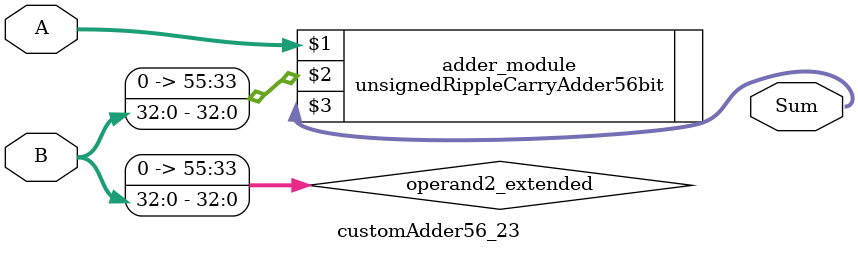
<source format=v>
module customAdder56_23(
                        input [55 : 0] A,
                        input [32 : 0] B,
                        
                        output [56 : 0] Sum
                );

        wire [55 : 0] operand2_extended;
        
        assign operand2_extended =  {23'b0, B};
        
        unsignedRippleCarryAdder56bit adder_module(
            A,
            operand2_extended,
            Sum
        );
        
        endmodule
        
</source>
